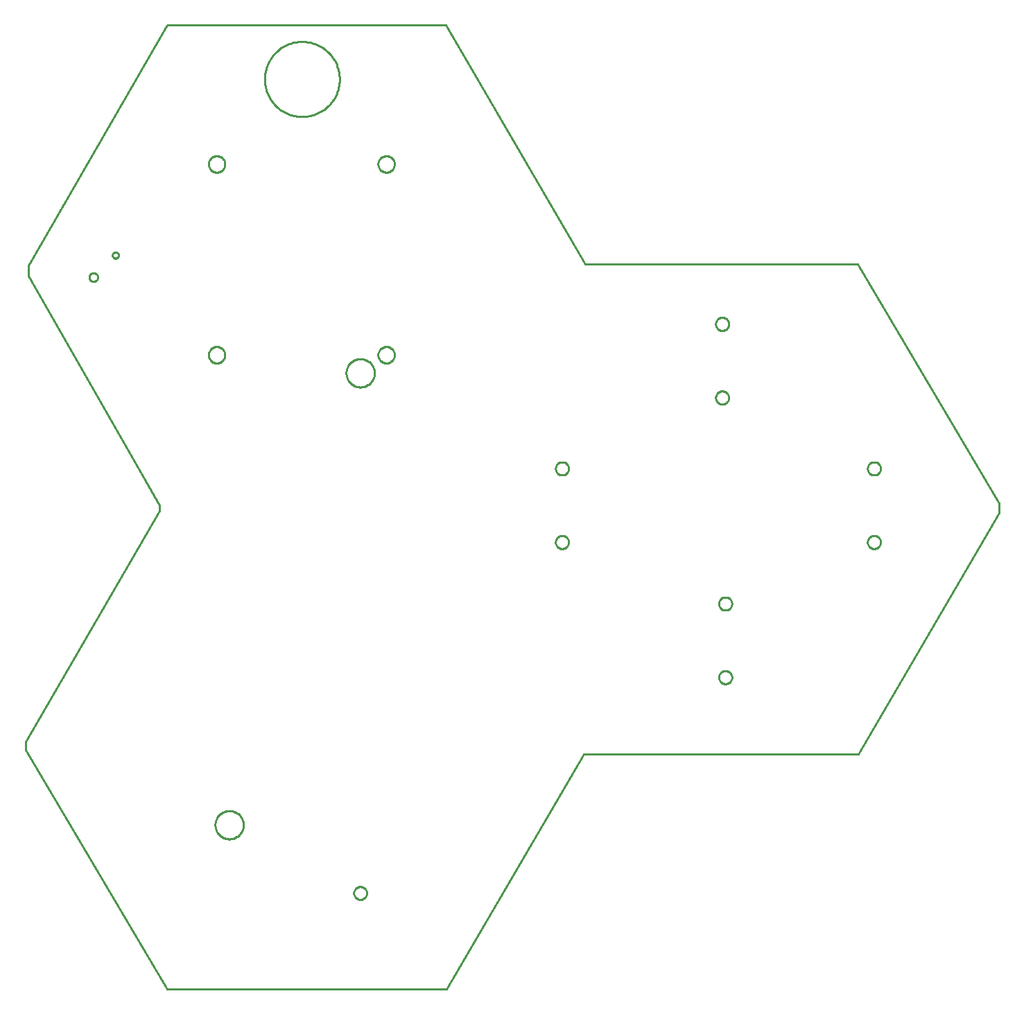
<source format=gbr>
G04 EAGLE Gerber RS-274X export*
G75*
%MOMM*%
%FSLAX34Y34*%
%LPD*%
%AMOC8*
5,1,8,0,0,1.08239X$1,22.5*%
G01*
%ADD10C,0.254000*%


D10*
X43180Y323850D02*
X215900Y31750D01*
X557530Y31750D01*
X725170Y318770D01*
X1060450Y318770D01*
X1231900Y613410D01*
X1231900Y624840D01*
X1059180Y916940D01*
X726440Y916940D01*
X556260Y1209040D01*
X215900Y1209040D01*
X46990Y915670D01*
X46990Y902970D01*
X207010Y622300D01*
X207010Y615950D01*
X43180Y334010D01*
X43180Y323850D01*
X426791Y1142053D02*
X426791Y1143947D01*
X426712Y1145838D01*
X426556Y1147725D01*
X426322Y1149603D01*
X426010Y1151471D01*
X425622Y1153323D01*
X425157Y1155159D01*
X424617Y1156973D01*
X424002Y1158763D01*
X423314Y1160527D01*
X422554Y1162261D01*
X421722Y1163961D01*
X420821Y1165626D01*
X419852Y1167253D01*
X418817Y1168837D01*
X417717Y1170378D01*
X416554Y1171872D01*
X415330Y1173317D01*
X414048Y1174709D01*
X412709Y1176048D01*
X411317Y1177330D01*
X409872Y1178554D01*
X408378Y1179717D01*
X406837Y1180817D01*
X405253Y1181852D01*
X403626Y1182821D01*
X401961Y1183722D01*
X400261Y1184554D01*
X398527Y1185314D01*
X396763Y1186002D01*
X394973Y1186617D01*
X393159Y1187157D01*
X391323Y1187622D01*
X389471Y1188010D01*
X387603Y1188322D01*
X385725Y1188556D01*
X383838Y1188712D01*
X381947Y1188791D01*
X380053Y1188791D01*
X378162Y1188712D01*
X376275Y1188556D01*
X374397Y1188322D01*
X372530Y1188010D01*
X370677Y1187622D01*
X368842Y1187157D01*
X367027Y1186617D01*
X365237Y1186002D01*
X363473Y1185314D01*
X361739Y1184554D01*
X360039Y1183722D01*
X358374Y1182821D01*
X356747Y1181852D01*
X355163Y1180817D01*
X353622Y1179717D01*
X352128Y1178554D01*
X350683Y1177330D01*
X349291Y1176048D01*
X347952Y1174709D01*
X346670Y1173317D01*
X345446Y1171872D01*
X344283Y1170378D01*
X343183Y1168837D01*
X342148Y1167253D01*
X341179Y1165626D01*
X340278Y1163961D01*
X339447Y1162261D01*
X338686Y1160527D01*
X337998Y1158763D01*
X337383Y1156973D01*
X336843Y1155159D01*
X336378Y1153323D01*
X335990Y1151471D01*
X335678Y1149603D01*
X335444Y1147725D01*
X335288Y1145838D01*
X335210Y1143947D01*
X335210Y1142053D01*
X335288Y1140162D01*
X335444Y1138275D01*
X335678Y1136397D01*
X335990Y1134530D01*
X336378Y1132677D01*
X336843Y1130842D01*
X337383Y1129027D01*
X337998Y1127237D01*
X338686Y1125473D01*
X339447Y1123739D01*
X340278Y1122039D01*
X341179Y1120374D01*
X342148Y1118747D01*
X343183Y1117163D01*
X344283Y1115622D01*
X345446Y1114128D01*
X346670Y1112683D01*
X347952Y1111291D01*
X349291Y1109952D01*
X350683Y1108670D01*
X352128Y1107446D01*
X353622Y1106283D01*
X355163Y1105183D01*
X356747Y1104148D01*
X358374Y1103179D01*
X360039Y1102278D01*
X361739Y1101447D01*
X363473Y1100686D01*
X365237Y1099998D01*
X367027Y1099383D01*
X368842Y1098843D01*
X370677Y1098378D01*
X372530Y1097990D01*
X374397Y1097678D01*
X376275Y1097444D01*
X378162Y1097288D01*
X380053Y1097210D01*
X381947Y1097210D01*
X383838Y1097288D01*
X385725Y1097444D01*
X387603Y1097678D01*
X389471Y1097990D01*
X391323Y1098378D01*
X393159Y1098843D01*
X394973Y1099383D01*
X396763Y1099998D01*
X398527Y1100686D01*
X400261Y1101447D01*
X401961Y1102278D01*
X403626Y1103179D01*
X405253Y1104148D01*
X406837Y1105183D01*
X408378Y1106283D01*
X409872Y1107446D01*
X411317Y1108670D01*
X412709Y1109952D01*
X414048Y1111291D01*
X415330Y1112683D01*
X416554Y1114128D01*
X417717Y1115622D01*
X418817Y1117163D01*
X419852Y1118747D01*
X420821Y1120374D01*
X421722Y1122039D01*
X422554Y1123739D01*
X423314Y1125473D01*
X424002Y1127237D01*
X424617Y1129027D01*
X425157Y1130842D01*
X425622Y1132677D01*
X426010Y1134530D01*
X426322Y1136397D01*
X426556Y1138275D01*
X426712Y1140162D01*
X426791Y1142053D01*
X902080Y843437D02*
X902003Y842655D01*
X901850Y841884D01*
X901621Y841132D01*
X901321Y840405D01*
X900950Y839712D01*
X900513Y839059D01*
X900015Y838451D01*
X899459Y837895D01*
X898851Y837397D01*
X898198Y836960D01*
X897505Y836589D01*
X896778Y836289D01*
X896026Y836060D01*
X895255Y835907D01*
X894473Y835830D01*
X893687Y835830D01*
X892905Y835907D01*
X892134Y836060D01*
X891382Y836289D01*
X890655Y836589D01*
X889962Y836960D01*
X889309Y837397D01*
X888701Y837895D01*
X888145Y838451D01*
X887647Y839059D01*
X887210Y839712D01*
X886839Y840405D01*
X886539Y841132D01*
X886310Y841884D01*
X886157Y842655D01*
X886080Y843437D01*
X886080Y844223D01*
X886157Y845005D01*
X886310Y845776D01*
X886539Y846528D01*
X886839Y847255D01*
X887210Y847948D01*
X887647Y848601D01*
X888145Y849209D01*
X888701Y849765D01*
X889309Y850263D01*
X889962Y850700D01*
X890655Y851071D01*
X891382Y851371D01*
X892134Y851600D01*
X892905Y851753D01*
X893687Y851830D01*
X894473Y851830D01*
X895255Y851753D01*
X896026Y851600D01*
X896778Y851371D01*
X897505Y851071D01*
X898198Y850700D01*
X898851Y850263D01*
X899459Y849765D01*
X900015Y849209D01*
X900513Y848601D01*
X900950Y847948D01*
X901321Y847255D01*
X901621Y846528D01*
X901850Y845776D01*
X902003Y845005D01*
X902080Y844223D01*
X902080Y843437D01*
X902080Y753437D02*
X902003Y752655D01*
X901850Y751884D01*
X901621Y751132D01*
X901321Y750405D01*
X900950Y749712D01*
X900513Y749059D01*
X900015Y748451D01*
X899459Y747895D01*
X898851Y747397D01*
X898198Y746960D01*
X897505Y746589D01*
X896778Y746289D01*
X896026Y746060D01*
X895255Y745907D01*
X894473Y745830D01*
X893687Y745830D01*
X892905Y745907D01*
X892134Y746060D01*
X891382Y746289D01*
X890655Y746589D01*
X889962Y746960D01*
X889309Y747397D01*
X888701Y747895D01*
X888145Y748451D01*
X887647Y749059D01*
X887210Y749712D01*
X886839Y750405D01*
X886539Y751132D01*
X886310Y751884D01*
X886157Y752655D01*
X886080Y753437D01*
X886080Y754223D01*
X886157Y755005D01*
X886310Y755776D01*
X886539Y756528D01*
X886839Y757255D01*
X887210Y757948D01*
X887647Y758601D01*
X888145Y759209D01*
X888701Y759765D01*
X889309Y760263D01*
X889962Y760700D01*
X890655Y761071D01*
X891382Y761371D01*
X892134Y761600D01*
X892905Y761753D01*
X893687Y761830D01*
X894473Y761830D01*
X895255Y761753D01*
X896026Y761600D01*
X896778Y761371D01*
X897505Y761071D01*
X898198Y760700D01*
X898851Y760263D01*
X899459Y759765D01*
X900015Y759209D01*
X900513Y758601D01*
X900950Y757948D01*
X901321Y757255D01*
X901621Y756528D01*
X901850Y755776D01*
X902003Y755005D01*
X902080Y754223D01*
X902080Y753437D01*
X1087500Y666907D02*
X1087423Y666125D01*
X1087270Y665354D01*
X1087041Y664602D01*
X1086741Y663875D01*
X1086370Y663182D01*
X1085933Y662529D01*
X1085435Y661921D01*
X1084879Y661365D01*
X1084271Y660867D01*
X1083618Y660430D01*
X1082925Y660059D01*
X1082198Y659759D01*
X1081446Y659530D01*
X1080675Y659377D01*
X1079893Y659300D01*
X1079107Y659300D01*
X1078325Y659377D01*
X1077554Y659530D01*
X1076802Y659759D01*
X1076075Y660059D01*
X1075382Y660430D01*
X1074729Y660867D01*
X1074121Y661365D01*
X1073565Y661921D01*
X1073067Y662529D01*
X1072630Y663182D01*
X1072259Y663875D01*
X1071959Y664602D01*
X1071730Y665354D01*
X1071577Y666125D01*
X1071500Y666907D01*
X1071500Y667693D01*
X1071577Y668475D01*
X1071730Y669246D01*
X1071959Y669998D01*
X1072259Y670725D01*
X1072630Y671418D01*
X1073067Y672071D01*
X1073565Y672679D01*
X1074121Y673235D01*
X1074729Y673733D01*
X1075382Y674170D01*
X1076075Y674541D01*
X1076802Y674841D01*
X1077554Y675070D01*
X1078325Y675223D01*
X1079107Y675300D01*
X1079893Y675300D01*
X1080675Y675223D01*
X1081446Y675070D01*
X1082198Y674841D01*
X1082925Y674541D01*
X1083618Y674170D01*
X1084271Y673733D01*
X1084879Y673235D01*
X1085435Y672679D01*
X1085933Y672071D01*
X1086370Y671418D01*
X1086741Y670725D01*
X1087041Y669998D01*
X1087270Y669246D01*
X1087423Y668475D01*
X1087500Y667693D01*
X1087500Y666907D01*
X1087500Y576907D02*
X1087423Y576125D01*
X1087270Y575354D01*
X1087041Y574602D01*
X1086741Y573875D01*
X1086370Y573182D01*
X1085933Y572529D01*
X1085435Y571921D01*
X1084879Y571365D01*
X1084271Y570867D01*
X1083618Y570430D01*
X1082925Y570059D01*
X1082198Y569759D01*
X1081446Y569530D01*
X1080675Y569377D01*
X1079893Y569300D01*
X1079107Y569300D01*
X1078325Y569377D01*
X1077554Y569530D01*
X1076802Y569759D01*
X1076075Y570059D01*
X1075382Y570430D01*
X1074729Y570867D01*
X1074121Y571365D01*
X1073565Y571921D01*
X1073067Y572529D01*
X1072630Y573182D01*
X1072259Y573875D01*
X1071959Y574602D01*
X1071730Y575354D01*
X1071577Y576125D01*
X1071500Y576907D01*
X1071500Y577693D01*
X1071577Y578475D01*
X1071730Y579246D01*
X1071959Y579998D01*
X1072259Y580725D01*
X1072630Y581418D01*
X1073067Y582071D01*
X1073565Y582679D01*
X1074121Y583235D01*
X1074729Y583733D01*
X1075382Y584170D01*
X1076075Y584541D01*
X1076802Y584841D01*
X1077554Y585070D01*
X1078325Y585223D01*
X1079107Y585300D01*
X1079893Y585300D01*
X1080675Y585223D01*
X1081446Y585070D01*
X1082198Y584841D01*
X1082925Y584541D01*
X1083618Y584170D01*
X1084271Y583733D01*
X1084879Y583235D01*
X1085435Y582679D01*
X1085933Y582071D01*
X1086370Y581418D01*
X1086741Y580725D01*
X1087041Y579998D01*
X1087270Y579246D01*
X1087423Y578475D01*
X1087500Y577693D01*
X1087500Y576907D01*
X155613Y925010D02*
X155223Y924710D01*
X154797Y924465D01*
X154343Y924276D01*
X153868Y924149D01*
X153381Y924085D01*
X152889Y924085D01*
X152402Y924149D01*
X151927Y924276D01*
X151473Y924465D01*
X151047Y924710D01*
X150657Y925010D01*
X150310Y925357D01*
X150010Y925747D01*
X149765Y926173D01*
X149576Y926627D01*
X149449Y927102D01*
X149385Y927589D01*
X149385Y928081D01*
X149449Y928568D01*
X149576Y929043D01*
X149765Y929497D01*
X150010Y929923D01*
X150310Y930313D01*
X150657Y930660D01*
X151047Y930960D01*
X151473Y931206D01*
X151927Y931394D01*
X152402Y931521D01*
X152889Y931585D01*
X153381Y931585D01*
X153868Y931521D01*
X154343Y931394D01*
X154797Y931206D01*
X155223Y930960D01*
X155613Y930660D01*
X155960Y930313D01*
X156260Y929923D01*
X156506Y929497D01*
X156694Y929043D01*
X156821Y928568D01*
X156885Y928081D01*
X156885Y927589D01*
X156821Y927102D01*
X156694Y926627D01*
X156506Y926173D01*
X156260Y925747D01*
X155960Y925357D01*
X155613Y925010D01*
X129769Y897044D02*
X129308Y896677D01*
X128808Y896363D01*
X128277Y896107D01*
X127721Y895912D01*
X127146Y895781D01*
X126560Y895715D01*
X125970Y895715D01*
X125384Y895781D01*
X124809Y895912D01*
X124253Y896107D01*
X123721Y896363D01*
X123222Y896677D01*
X122761Y897044D01*
X122344Y897461D01*
X121977Y897922D01*
X121663Y898421D01*
X121407Y898953D01*
X121212Y899509D01*
X121081Y900084D01*
X121015Y900670D01*
X121015Y901260D01*
X121081Y901846D01*
X121212Y902421D01*
X121407Y902977D01*
X121663Y903508D01*
X121977Y904008D01*
X122344Y904469D01*
X122761Y904886D01*
X123222Y905253D01*
X123721Y905567D01*
X124253Y905823D01*
X124809Y906018D01*
X125384Y906149D01*
X125970Y906215D01*
X126560Y906215D01*
X127146Y906149D01*
X127721Y906018D01*
X128277Y905823D01*
X128808Y905567D01*
X129308Y905253D01*
X129769Y904886D01*
X130186Y904469D01*
X130553Y904008D01*
X130867Y903508D01*
X131123Y902977D01*
X131318Y902421D01*
X131449Y901846D01*
X131515Y901260D01*
X131515Y900670D01*
X131449Y900084D01*
X131318Y899509D01*
X131123Y898953D01*
X130867Y898421D01*
X130553Y897922D01*
X130186Y897461D01*
X129769Y897044D01*
X706500Y666907D02*
X706423Y666125D01*
X706270Y665354D01*
X706041Y664602D01*
X705741Y663875D01*
X705370Y663182D01*
X704933Y662529D01*
X704435Y661921D01*
X703879Y661365D01*
X703271Y660867D01*
X702618Y660430D01*
X701925Y660059D01*
X701198Y659759D01*
X700446Y659530D01*
X699675Y659377D01*
X698893Y659300D01*
X698107Y659300D01*
X697325Y659377D01*
X696554Y659530D01*
X695802Y659759D01*
X695075Y660059D01*
X694382Y660430D01*
X693729Y660867D01*
X693121Y661365D01*
X692565Y661921D01*
X692067Y662529D01*
X691630Y663182D01*
X691259Y663875D01*
X690959Y664602D01*
X690730Y665354D01*
X690577Y666125D01*
X690500Y666907D01*
X690500Y667693D01*
X690577Y668475D01*
X690730Y669246D01*
X690959Y669998D01*
X691259Y670725D01*
X691630Y671418D01*
X692067Y672071D01*
X692565Y672679D01*
X693121Y673235D01*
X693729Y673733D01*
X694382Y674170D01*
X695075Y674541D01*
X695802Y674841D01*
X696554Y675070D01*
X697325Y675223D01*
X698107Y675300D01*
X698893Y675300D01*
X699675Y675223D01*
X700446Y675070D01*
X701198Y674841D01*
X701925Y674541D01*
X702618Y674170D01*
X703271Y673733D01*
X703879Y673235D01*
X704435Y672679D01*
X704933Y672071D01*
X705370Y671418D01*
X705741Y670725D01*
X706041Y669998D01*
X706270Y669246D01*
X706423Y668475D01*
X706500Y667693D01*
X706500Y666907D01*
X706500Y576907D02*
X706423Y576125D01*
X706270Y575354D01*
X706041Y574602D01*
X705741Y573875D01*
X705370Y573182D01*
X704933Y572529D01*
X704435Y571921D01*
X703879Y571365D01*
X703271Y570867D01*
X702618Y570430D01*
X701925Y570059D01*
X701198Y569759D01*
X700446Y569530D01*
X699675Y569377D01*
X698893Y569300D01*
X698107Y569300D01*
X697325Y569377D01*
X696554Y569530D01*
X695802Y569759D01*
X695075Y570059D01*
X694382Y570430D01*
X693729Y570867D01*
X693121Y571365D01*
X692565Y571921D01*
X692067Y572529D01*
X691630Y573182D01*
X691259Y573875D01*
X690959Y574602D01*
X690730Y575354D01*
X690577Y576125D01*
X690500Y576907D01*
X690500Y577693D01*
X690577Y578475D01*
X690730Y579246D01*
X690959Y579998D01*
X691259Y580725D01*
X691630Y581418D01*
X692067Y582071D01*
X692565Y582679D01*
X693121Y583235D01*
X693729Y583733D01*
X694382Y584170D01*
X695075Y584541D01*
X695802Y584841D01*
X696554Y585070D01*
X697325Y585223D01*
X698107Y585300D01*
X698893Y585300D01*
X699675Y585223D01*
X700446Y585070D01*
X701198Y584841D01*
X701925Y584541D01*
X702618Y584170D01*
X703271Y583733D01*
X703879Y583235D01*
X704435Y582679D01*
X704933Y582071D01*
X705370Y581418D01*
X705741Y580725D01*
X706041Y579998D01*
X706270Y579246D01*
X706423Y578475D01*
X706500Y577693D01*
X706500Y576907D01*
X286840Y805693D02*
X286764Y804824D01*
X286612Y803964D01*
X286386Y803120D01*
X286088Y802300D01*
X285719Y801508D01*
X285282Y800752D01*
X284781Y800037D01*
X284220Y799368D01*
X283602Y798750D01*
X282933Y798189D01*
X282218Y797688D01*
X281462Y797251D01*
X280670Y796882D01*
X279850Y796584D01*
X279006Y796358D01*
X278147Y796206D01*
X277277Y796130D01*
X276403Y796130D01*
X275534Y796206D01*
X274674Y796358D01*
X273830Y796584D01*
X273010Y796882D01*
X272218Y797251D01*
X271462Y797688D01*
X270747Y798189D01*
X270078Y798750D01*
X269460Y799368D01*
X268899Y800037D01*
X268398Y800752D01*
X267961Y801508D01*
X267592Y802300D01*
X267294Y803120D01*
X267068Y803964D01*
X266916Y804824D01*
X266840Y805693D01*
X266840Y806567D01*
X266916Y807437D01*
X267068Y808296D01*
X267294Y809140D01*
X267592Y809960D01*
X267961Y810752D01*
X268398Y811508D01*
X268899Y812223D01*
X269460Y812892D01*
X270078Y813510D01*
X270747Y814071D01*
X271462Y814572D01*
X272218Y815009D01*
X273010Y815378D01*
X273830Y815676D01*
X274674Y815902D01*
X275534Y816054D01*
X276403Y816130D01*
X277277Y816130D01*
X278147Y816054D01*
X279006Y815902D01*
X279850Y815676D01*
X280670Y815378D01*
X281462Y815009D01*
X282218Y814572D01*
X282933Y814071D01*
X283602Y813510D01*
X284220Y812892D01*
X284781Y812223D01*
X285282Y811508D01*
X285719Y810752D01*
X286088Y809960D01*
X286386Y809140D01*
X286612Y808296D01*
X286764Y807437D01*
X286840Y806567D01*
X286840Y805693D01*
X493840Y805693D02*
X493764Y804824D01*
X493612Y803964D01*
X493386Y803120D01*
X493088Y802300D01*
X492719Y801508D01*
X492282Y800752D01*
X491781Y800037D01*
X491220Y799368D01*
X490602Y798750D01*
X489933Y798189D01*
X489218Y797688D01*
X488462Y797251D01*
X487670Y796882D01*
X486850Y796584D01*
X486006Y796358D01*
X485147Y796206D01*
X484277Y796130D01*
X483403Y796130D01*
X482534Y796206D01*
X481674Y796358D01*
X480830Y796584D01*
X480010Y796882D01*
X479218Y797251D01*
X478462Y797688D01*
X477747Y798189D01*
X477078Y798750D01*
X476460Y799368D01*
X475899Y800037D01*
X475398Y800752D01*
X474961Y801508D01*
X474592Y802300D01*
X474294Y803120D01*
X474068Y803964D01*
X473916Y804824D01*
X473840Y805693D01*
X473840Y806567D01*
X473916Y807437D01*
X474068Y808296D01*
X474294Y809140D01*
X474592Y809960D01*
X474961Y810752D01*
X475398Y811508D01*
X475899Y812223D01*
X476460Y812892D01*
X477078Y813510D01*
X477747Y814071D01*
X478462Y814572D01*
X479218Y815009D01*
X480010Y815378D01*
X480830Y815676D01*
X481674Y815902D01*
X482534Y816054D01*
X483403Y816130D01*
X484277Y816130D01*
X485147Y816054D01*
X486006Y815902D01*
X486850Y815676D01*
X487670Y815378D01*
X488462Y815009D01*
X489218Y814572D01*
X489933Y814071D01*
X490602Y813510D01*
X491220Y812892D01*
X491781Y812223D01*
X492282Y811508D01*
X492719Y810752D01*
X493088Y809960D01*
X493386Y809140D01*
X493612Y808296D01*
X493764Y807437D01*
X493840Y806567D01*
X493840Y805693D01*
X493840Y1038693D02*
X493764Y1037824D01*
X493612Y1036964D01*
X493386Y1036120D01*
X493088Y1035300D01*
X492719Y1034508D01*
X492282Y1033752D01*
X491781Y1033037D01*
X491220Y1032368D01*
X490602Y1031750D01*
X489933Y1031189D01*
X489218Y1030688D01*
X488462Y1030251D01*
X487670Y1029882D01*
X486850Y1029584D01*
X486006Y1029358D01*
X485147Y1029206D01*
X484277Y1029130D01*
X483403Y1029130D01*
X482534Y1029206D01*
X481674Y1029358D01*
X480830Y1029584D01*
X480010Y1029882D01*
X479218Y1030251D01*
X478462Y1030688D01*
X477747Y1031189D01*
X477078Y1031750D01*
X476460Y1032368D01*
X475899Y1033037D01*
X475398Y1033752D01*
X474961Y1034508D01*
X474592Y1035300D01*
X474294Y1036120D01*
X474068Y1036964D01*
X473916Y1037824D01*
X473840Y1038693D01*
X473840Y1039567D01*
X473916Y1040437D01*
X474068Y1041296D01*
X474294Y1042140D01*
X474592Y1042960D01*
X474961Y1043752D01*
X475398Y1044508D01*
X475899Y1045223D01*
X476460Y1045892D01*
X477078Y1046510D01*
X477747Y1047071D01*
X478462Y1047572D01*
X479218Y1048009D01*
X480010Y1048378D01*
X480830Y1048676D01*
X481674Y1048902D01*
X482534Y1049054D01*
X483403Y1049130D01*
X484277Y1049130D01*
X485147Y1049054D01*
X486006Y1048902D01*
X486850Y1048676D01*
X487670Y1048378D01*
X488462Y1048009D01*
X489218Y1047572D01*
X489933Y1047071D01*
X490602Y1046510D01*
X491220Y1045892D01*
X491781Y1045223D01*
X492282Y1044508D01*
X492719Y1043752D01*
X493088Y1042960D01*
X493386Y1042140D01*
X493612Y1041296D01*
X493764Y1040437D01*
X493840Y1039567D01*
X493840Y1038693D01*
X286840Y1038693D02*
X286764Y1037824D01*
X286612Y1036964D01*
X286386Y1036120D01*
X286088Y1035300D01*
X285719Y1034508D01*
X285282Y1033752D01*
X284781Y1033037D01*
X284220Y1032368D01*
X283602Y1031750D01*
X282933Y1031189D01*
X282218Y1030688D01*
X281462Y1030251D01*
X280670Y1029882D01*
X279850Y1029584D01*
X279006Y1029358D01*
X278147Y1029206D01*
X277277Y1029130D01*
X276403Y1029130D01*
X275534Y1029206D01*
X274674Y1029358D01*
X273830Y1029584D01*
X273010Y1029882D01*
X272218Y1030251D01*
X271462Y1030688D01*
X270747Y1031189D01*
X270078Y1031750D01*
X269460Y1032368D01*
X268899Y1033037D01*
X268398Y1033752D01*
X267961Y1034508D01*
X267592Y1035300D01*
X267294Y1036120D01*
X267068Y1036964D01*
X266916Y1037824D01*
X266840Y1038693D01*
X266840Y1039567D01*
X266916Y1040437D01*
X267068Y1041296D01*
X267294Y1042140D01*
X267592Y1042960D01*
X267961Y1043752D01*
X268398Y1044508D01*
X268899Y1045223D01*
X269460Y1045892D01*
X270078Y1046510D01*
X270747Y1047071D01*
X271462Y1047572D01*
X272218Y1048009D01*
X273010Y1048378D01*
X273830Y1048676D01*
X274674Y1048902D01*
X275534Y1049054D01*
X276403Y1049130D01*
X277277Y1049130D01*
X278147Y1049054D01*
X279006Y1048902D01*
X279850Y1048676D01*
X280670Y1048378D01*
X281462Y1048009D01*
X282218Y1047572D01*
X282933Y1047071D01*
X283602Y1046510D01*
X284220Y1045892D01*
X284781Y1045223D01*
X285282Y1044508D01*
X285719Y1043752D01*
X286088Y1042960D01*
X286386Y1042140D01*
X286612Y1041296D01*
X286764Y1040437D01*
X286840Y1039567D01*
X286840Y1038693D01*
X905890Y501807D02*
X905813Y501025D01*
X905660Y500254D01*
X905431Y499502D01*
X905131Y498775D01*
X904760Y498082D01*
X904323Y497429D01*
X903825Y496821D01*
X903269Y496265D01*
X902661Y495767D01*
X902008Y495330D01*
X901315Y494959D01*
X900588Y494659D01*
X899836Y494430D01*
X899065Y494277D01*
X898283Y494200D01*
X897497Y494200D01*
X896715Y494277D01*
X895944Y494430D01*
X895192Y494659D01*
X894465Y494959D01*
X893772Y495330D01*
X893119Y495767D01*
X892511Y496265D01*
X891955Y496821D01*
X891457Y497429D01*
X891020Y498082D01*
X890649Y498775D01*
X890349Y499502D01*
X890120Y500254D01*
X889967Y501025D01*
X889890Y501807D01*
X889890Y502593D01*
X889967Y503375D01*
X890120Y504146D01*
X890349Y504898D01*
X890649Y505625D01*
X891020Y506318D01*
X891457Y506971D01*
X891955Y507579D01*
X892511Y508135D01*
X893119Y508633D01*
X893772Y509070D01*
X894465Y509441D01*
X895192Y509741D01*
X895944Y509970D01*
X896715Y510123D01*
X897497Y510200D01*
X898283Y510200D01*
X899065Y510123D01*
X899836Y509970D01*
X900588Y509741D01*
X901315Y509441D01*
X902008Y509070D01*
X902661Y508633D01*
X903269Y508135D01*
X903825Y507579D01*
X904323Y506971D01*
X904760Y506318D01*
X905131Y505625D01*
X905431Y504898D01*
X905660Y504146D01*
X905813Y503375D01*
X905890Y502593D01*
X905890Y501807D01*
X905890Y411807D02*
X905813Y411025D01*
X905660Y410254D01*
X905431Y409502D01*
X905131Y408775D01*
X904760Y408082D01*
X904323Y407429D01*
X903825Y406821D01*
X903269Y406265D01*
X902661Y405767D01*
X902008Y405330D01*
X901315Y404959D01*
X900588Y404659D01*
X899836Y404430D01*
X899065Y404277D01*
X898283Y404200D01*
X897497Y404200D01*
X896715Y404277D01*
X895944Y404430D01*
X895192Y404659D01*
X894465Y404959D01*
X893772Y405330D01*
X893119Y405767D01*
X892511Y406265D01*
X891955Y406821D01*
X891457Y407429D01*
X891020Y408082D01*
X890649Y408775D01*
X890349Y409502D01*
X890120Y410254D01*
X889967Y411025D01*
X889890Y411807D01*
X889890Y412593D01*
X889967Y413375D01*
X890120Y414146D01*
X890349Y414898D01*
X890649Y415625D01*
X891020Y416318D01*
X891457Y416971D01*
X891955Y417579D01*
X892511Y418135D01*
X893119Y418633D01*
X893772Y419070D01*
X894465Y419441D01*
X895192Y419741D01*
X895944Y419970D01*
X896715Y420123D01*
X897497Y420200D01*
X898283Y420200D01*
X899065Y420123D01*
X899836Y419970D01*
X900588Y419741D01*
X901315Y419441D01*
X902008Y419070D01*
X902661Y418633D01*
X903269Y418135D01*
X903825Y417579D01*
X904323Y416971D01*
X904760Y416318D01*
X905131Y415625D01*
X905431Y414898D01*
X905660Y414146D01*
X905813Y413375D01*
X905890Y412593D01*
X905890Y411807D01*
X452675Y766750D02*
X453802Y766824D01*
X454921Y766971D01*
X456029Y767192D01*
X457120Y767484D01*
X458190Y767847D01*
X459233Y768279D01*
X460246Y768779D01*
X461224Y769343D01*
X462163Y769971D01*
X463059Y770658D01*
X463908Y771403D01*
X464707Y772202D01*
X465452Y773051D01*
X466139Y773947D01*
X466767Y774886D01*
X467331Y775864D01*
X467831Y776877D01*
X468263Y777920D01*
X468626Y778990D01*
X468918Y780081D01*
X469139Y781189D01*
X469286Y782308D01*
X469360Y783435D01*
X469360Y784565D01*
X469286Y785692D01*
X469139Y786811D01*
X468918Y787919D01*
X468626Y789010D01*
X468263Y790080D01*
X467831Y791123D01*
X467331Y792136D01*
X466767Y793114D01*
X466139Y794053D01*
X465452Y794949D01*
X464707Y795798D01*
X463908Y796597D01*
X463059Y797342D01*
X462163Y798029D01*
X461224Y798657D01*
X460246Y799221D01*
X459233Y799721D01*
X458190Y800153D01*
X457120Y800516D01*
X456029Y800808D01*
X454921Y801029D01*
X453802Y801176D01*
X452675Y801250D01*
X451545Y801250D01*
X450418Y801176D01*
X449299Y801029D01*
X448191Y800808D01*
X447100Y800516D01*
X446030Y800153D01*
X444987Y799721D01*
X443974Y799221D01*
X442996Y798657D01*
X442057Y798029D01*
X441161Y797342D01*
X440312Y796597D01*
X439513Y795798D01*
X438768Y794949D01*
X438081Y794053D01*
X437453Y793114D01*
X436889Y792136D01*
X436389Y791123D01*
X435957Y790080D01*
X435594Y789010D01*
X435302Y787919D01*
X435081Y786811D01*
X434934Y785692D01*
X434860Y784565D01*
X434860Y783435D01*
X434934Y782308D01*
X435081Y781189D01*
X435302Y780081D01*
X435594Y778990D01*
X435957Y777920D01*
X436389Y776877D01*
X436889Y775864D01*
X437453Y774886D01*
X438081Y773947D01*
X438768Y773051D01*
X439513Y772202D01*
X440312Y771403D01*
X441161Y770658D01*
X442057Y769971D01*
X442996Y769343D01*
X443974Y768779D01*
X444987Y768279D01*
X446030Y767847D01*
X447100Y767484D01*
X448191Y767192D01*
X449299Y766971D01*
X450418Y766824D01*
X451545Y766750D01*
X452675Y766750D01*
X292675Y214750D02*
X293802Y214824D01*
X294921Y214971D01*
X296029Y215192D01*
X297120Y215484D01*
X298190Y215847D01*
X299233Y216279D01*
X300246Y216779D01*
X301224Y217343D01*
X302163Y217971D01*
X303059Y218658D01*
X303908Y219403D01*
X304707Y220202D01*
X305452Y221051D01*
X306139Y221947D01*
X306767Y222886D01*
X307331Y223864D01*
X307831Y224877D01*
X308263Y225920D01*
X308626Y226990D01*
X308918Y228081D01*
X309139Y229189D01*
X309286Y230308D01*
X309360Y231435D01*
X309360Y232565D01*
X309286Y233692D01*
X309139Y234811D01*
X308918Y235919D01*
X308626Y237010D01*
X308263Y238080D01*
X307831Y239123D01*
X307331Y240136D01*
X306767Y241114D01*
X306139Y242053D01*
X305452Y242949D01*
X304707Y243798D01*
X303908Y244597D01*
X303059Y245342D01*
X302163Y246029D01*
X301224Y246657D01*
X300246Y247221D01*
X299233Y247721D01*
X298190Y248153D01*
X297120Y248516D01*
X296029Y248808D01*
X294921Y249029D01*
X293802Y249176D01*
X292675Y249250D01*
X291545Y249250D01*
X290418Y249176D01*
X289299Y249029D01*
X288191Y248808D01*
X287100Y248516D01*
X286030Y248153D01*
X284987Y247721D01*
X283974Y247221D01*
X282996Y246657D01*
X282057Y246029D01*
X281161Y245342D01*
X280312Y244597D01*
X279513Y243798D01*
X278768Y242949D01*
X278081Y242053D01*
X277453Y241114D01*
X276889Y240136D01*
X276389Y239123D01*
X275957Y238080D01*
X275594Y237010D01*
X275302Y235919D01*
X275081Y234811D01*
X274934Y233692D01*
X274860Y232565D01*
X274860Y231435D01*
X274934Y230308D01*
X275081Y229189D01*
X275302Y228081D01*
X275594Y226990D01*
X275957Y225920D01*
X276389Y224877D01*
X276889Y223864D01*
X277453Y222886D01*
X278081Y221947D01*
X278768Y221051D01*
X279513Y220202D01*
X280312Y219403D01*
X281161Y218658D01*
X282057Y217971D01*
X282996Y217343D01*
X283974Y216779D01*
X284987Y216279D01*
X286030Y215847D01*
X287100Y215484D01*
X288191Y215192D01*
X289299Y214971D01*
X290418Y214824D01*
X291545Y214750D01*
X292675Y214750D01*
X452496Y140850D02*
X453263Y140926D01*
X454020Y141076D01*
X454758Y141300D01*
X455470Y141595D01*
X456151Y141959D01*
X456792Y142387D01*
X457388Y142877D01*
X457933Y143422D01*
X458423Y144018D01*
X458851Y144659D01*
X459215Y145340D01*
X459510Y146052D01*
X459734Y146790D01*
X459884Y147547D01*
X459960Y148314D01*
X459960Y149086D01*
X459884Y149853D01*
X459734Y150610D01*
X459510Y151348D01*
X459215Y152060D01*
X458851Y152741D01*
X458423Y153382D01*
X457933Y153978D01*
X457388Y154523D01*
X456792Y155013D01*
X456151Y155441D01*
X455470Y155805D01*
X454758Y156100D01*
X454020Y156324D01*
X453263Y156474D01*
X452496Y156550D01*
X451724Y156550D01*
X450957Y156474D01*
X450200Y156324D01*
X449462Y156100D01*
X448750Y155805D01*
X448069Y155441D01*
X447428Y155013D01*
X446832Y154523D01*
X446287Y153978D01*
X445797Y153382D01*
X445369Y152741D01*
X445005Y152060D01*
X444710Y151348D01*
X444486Y150610D01*
X444336Y149853D01*
X444260Y149086D01*
X444260Y148314D01*
X444336Y147547D01*
X444486Y146790D01*
X444710Y146052D01*
X445005Y145340D01*
X445369Y144659D01*
X445797Y144018D01*
X446287Y143422D01*
X446832Y142877D01*
X447428Y142387D01*
X448069Y141959D01*
X448750Y141595D01*
X449462Y141300D01*
X450200Y141076D01*
X450957Y140926D01*
X451724Y140850D01*
X452496Y140850D01*
M02*

</source>
